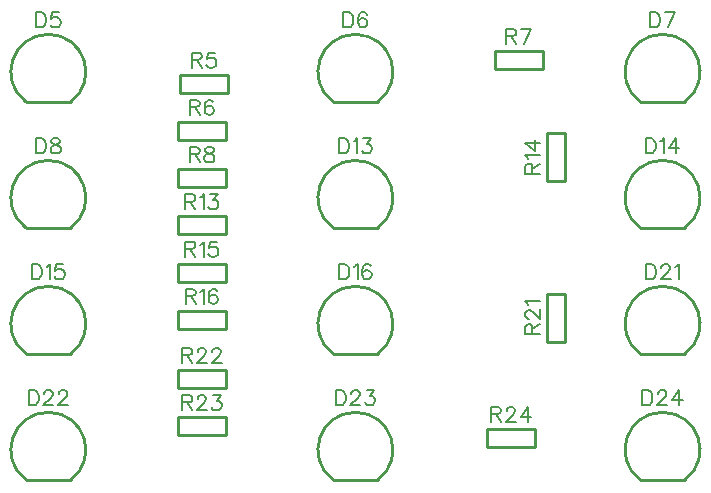
<source format=gbr>
G04 DipTrace 2.4.0.2*
%INTopSilk.gbr*%
%MOIN*%
%ADD10C,0.0098*%
%ADD38C,0.0077*%
%FSLAX44Y44*%
G04*
G70*
G90*
G75*
G01*
%LNTopSilk*%
%LPD*%
X11776Y17901D2*
D10*
X10277D1*
X11779Y17903D2*
G03X10274Y17903I-752J998D01*
G01*
X22012Y17901D2*
X20514D1*
X22015Y17903D2*
G03X20511Y17903I-752J998D01*
G01*
X32249Y17901D2*
X30750D1*
X32252Y17903D2*
G03X30747Y17903I-752J998D01*
G01*
X11776Y13700D2*
X10277D1*
X11779Y13702D2*
G03X10274Y13702I-752J998D01*
G01*
X22012Y13700D2*
X20514D1*
X22015Y13702D2*
G03X20511Y13702I-752J998D01*
G01*
X32249Y13700D2*
X30750D1*
X32252Y13702D2*
G03X30747Y13702I-752J998D01*
G01*
X11776Y9503D2*
X10277D1*
X11779Y9505D2*
G03X10274Y9505I-752J998D01*
G01*
X22012Y9503D2*
X20514D1*
X22015Y9505D2*
G03X20511Y9505I-752J998D01*
G01*
X32249Y9503D2*
X30750D1*
X32252Y9505D2*
G03X30747Y9505I-752J998D01*
G01*
X11776Y5302D2*
X10277D1*
X11779Y5305D2*
G03X10274Y5305I-752J998D01*
G01*
X22012Y5302D2*
X20514D1*
X22015Y5305D2*
G03X20511Y5305I-752J998D01*
G01*
X32249Y5302D2*
X30750D1*
X32252Y5305D2*
G03X30747Y5305I-752J998D01*
G01*
X17021Y18207D2*
Y18807D1*
X15418Y18207D2*
X17021D1*
X15418D2*
Y18807D1*
X17021D1*
X16946Y16632D2*
Y17232D1*
X15343Y16632D2*
X16946D1*
X15343D2*
Y17232D1*
X16946D1*
X25899Y19594D2*
Y18994D1*
X27501Y19594D2*
X25899D1*
X27501D2*
Y18994D1*
X25899D1*
X16946Y15057D2*
Y15657D1*
X15343Y15057D2*
X16946D1*
X15343D2*
Y15657D1*
X16946D1*
Y13483D2*
Y14083D1*
X15343Y13483D2*
X16946D1*
X15343D2*
Y14083D1*
X16946D1*
X27656Y15269D2*
X28256D1*
X27656Y16872D2*
Y15269D1*
Y16872D2*
X28256D1*
Y15269D1*
X16946Y11908D2*
Y12508D1*
X15343Y11908D2*
X16946D1*
X15343D2*
Y12508D1*
X16946D1*
Y10333D2*
Y10933D1*
X15343Y10333D2*
X16946D1*
X15343D2*
Y10933D1*
X16946D1*
X28256Y11509D2*
X27656D1*
X28256Y9906D2*
Y11509D1*
Y9906D2*
X27656D1*
Y11509D1*
X16946Y8365D2*
Y8965D1*
X15343Y8365D2*
X16946D1*
X15343D2*
Y8965D1*
X16946D1*
Y6790D2*
Y7390D1*
X15343Y6790D2*
X16946D1*
X15343D2*
Y7390D1*
X16946D1*
X27257Y6396D2*
Y6996D1*
X25654Y6396D2*
X27257D1*
X25654D2*
Y6996D1*
X27257D1*
X10615Y20883D2*
D38*
Y20381D1*
X10782D1*
X10854Y20405D1*
X10902Y20453D1*
X10926Y20501D1*
X10950Y20572D1*
Y20692D1*
X10926Y20764D1*
X10902Y20811D1*
X10854Y20859D1*
X10782Y20883D1*
X10615D1*
X11391D2*
X11152D1*
X11128Y20668D1*
X11152Y20691D1*
X11224Y20716D1*
X11295D1*
X11367Y20691D1*
X11415Y20644D1*
X11439Y20572D1*
Y20524D1*
X11415Y20453D1*
X11367Y20404D1*
X11295Y20381D1*
X11224D1*
X11152Y20404D1*
X11128Y20429D1*
X11104Y20476D1*
X20863Y20883D2*
Y20381D1*
X21030D1*
X21102Y20405D1*
X21150Y20453D1*
X21174Y20501D1*
X21198Y20572D1*
Y20692D1*
X21174Y20764D1*
X21150Y20811D1*
X21102Y20859D1*
X21030Y20883D1*
X20863D1*
X21639Y20811D2*
X21615Y20859D1*
X21544Y20883D1*
X21496D1*
X21424Y20859D1*
X21376Y20787D1*
X21352Y20668D1*
Y20548D1*
X21376Y20453D1*
X21424Y20404D1*
X21496Y20381D1*
X21520D1*
X21591Y20404D1*
X21639Y20453D1*
X21663Y20524D1*
Y20548D1*
X21639Y20620D1*
X21591Y20668D1*
X21520Y20691D1*
X21496D1*
X21424Y20668D1*
X21376Y20620D1*
X21352Y20548D1*
X31087Y20883D2*
Y20381D1*
X31255D1*
X31326Y20405D1*
X31374Y20453D1*
X31398Y20501D1*
X31422Y20572D1*
Y20692D1*
X31398Y20764D1*
X31374Y20811D1*
X31326Y20859D1*
X31255Y20883D1*
X31087D1*
X31672Y20381D2*
X31911Y20883D1*
X31576D1*
X10615Y16682D2*
Y16180D1*
X10782D1*
X10854Y16204D1*
X10902Y16252D1*
X10926Y16300D1*
X10950Y16371D1*
Y16491D1*
X10926Y16563D1*
X10902Y16610D1*
X10854Y16659D1*
X10782Y16682D1*
X10615D1*
X11224D2*
X11152Y16658D1*
X11128Y16610D1*
Y16562D1*
X11152Y16515D1*
X11200Y16491D1*
X11295Y16467D1*
X11367Y16443D1*
X11415Y16395D1*
X11439Y16347D1*
Y16276D1*
X11415Y16228D1*
X11391Y16204D1*
X11319Y16180D1*
X11224D1*
X11152Y16204D1*
X11128Y16228D1*
X11104Y16276D1*
Y16347D1*
X11128Y16395D1*
X11176Y16443D1*
X11247Y16467D1*
X11343Y16491D1*
X11391Y16515D1*
X11415Y16562D1*
Y16610D1*
X11391Y16658D1*
X11319Y16682D1*
X11224D1*
X20714D2*
Y16180D1*
X20881D1*
X20953Y16204D1*
X21001Y16252D1*
X21025Y16300D1*
X21049Y16371D1*
Y16491D1*
X21025Y16563D1*
X21001Y16610D1*
X20953Y16659D1*
X20881Y16682D1*
X20714D1*
X21203Y16586D2*
X21251Y16610D1*
X21323Y16682D1*
Y16180D1*
X21525Y16682D2*
X21788D1*
X21645Y16491D1*
X21717D1*
X21764Y16467D1*
X21788Y16443D1*
X21812Y16371D1*
Y16324D1*
X21788Y16252D1*
X21740Y16204D1*
X21669Y16180D1*
X21597D1*
X21525Y16204D1*
X21502Y16228D1*
X21477Y16276D1*
X30938Y16682D2*
Y16180D1*
X31106D1*
X31177Y16204D1*
X31225Y16252D1*
X31249Y16300D1*
X31273Y16371D1*
Y16491D1*
X31249Y16563D1*
X31225Y16610D1*
X31177Y16659D1*
X31106Y16682D1*
X30938D1*
X31427Y16586D2*
X31475Y16610D1*
X31547Y16682D1*
Y16180D1*
X31941D2*
Y16682D1*
X31702Y16347D1*
X32060D1*
X10477Y12485D2*
Y11983D1*
X10645D1*
X10717Y12007D1*
X10765Y12055D1*
X10789Y12103D1*
X10812Y12174D1*
Y12294D1*
X10789Y12366D1*
X10765Y12414D1*
X10717Y12462D1*
X10645Y12485D1*
X10477D1*
X10967Y12389D2*
X11015Y12414D1*
X11087Y12485D1*
Y11983D1*
X11528Y12485D2*
X11289D1*
X11265Y12270D1*
X11289Y12294D1*
X11361Y12318D1*
X11432D1*
X11504Y12294D1*
X11552Y12246D1*
X11576Y12174D1*
Y12127D1*
X11552Y12055D1*
X11504Y12007D1*
X11432Y11983D1*
X11361D1*
X11289Y12007D1*
X11265Y12031D1*
X11241Y12079D1*
X20726Y12485D2*
Y11983D1*
X20893D1*
X20965Y12007D1*
X21013Y12055D1*
X21037Y12103D1*
X21061Y12174D1*
Y12294D1*
X21037Y12366D1*
X21013Y12414D1*
X20965Y12462D1*
X20893Y12485D1*
X20726D1*
X21215Y12389D2*
X21263Y12414D1*
X21335Y12485D1*
Y11983D1*
X21776Y12414D2*
X21753Y12461D1*
X21681Y12485D1*
X21633D1*
X21561Y12461D1*
X21513Y12389D1*
X21490Y12270D1*
Y12151D1*
X21513Y12055D1*
X21561Y12007D1*
X21633Y11983D1*
X21657D1*
X21728Y12007D1*
X21776Y12055D1*
X21800Y12127D1*
Y12151D1*
X21776Y12222D1*
X21728Y12270D1*
X21657Y12294D1*
X21633D1*
X21561Y12270D1*
X21513Y12222D1*
X21490Y12151D1*
X30950Y12485D2*
Y11983D1*
X31117D1*
X31189Y12007D1*
X31237Y12055D1*
X31261Y12103D1*
X31285Y12174D1*
Y12294D1*
X31261Y12366D1*
X31237Y12414D1*
X31189Y12462D1*
X31117Y12485D1*
X30950D1*
X31464Y12366D2*
Y12389D1*
X31487Y12437D1*
X31511Y12461D1*
X31559Y12485D1*
X31655D1*
X31702Y12461D1*
X31726Y12437D1*
X31750Y12389D1*
Y12342D1*
X31726Y12294D1*
X31679Y12222D1*
X31439Y11983D1*
X31774D1*
X31929Y12389D2*
X31977Y12414D1*
X32049Y12485D1*
Y11983D1*
X10370Y8285D2*
Y7782D1*
X10537D1*
X10609Y7807D1*
X10657Y7854D1*
X10681Y7902D1*
X10705Y7973D1*
Y8093D1*
X10681Y8165D1*
X10657Y8213D1*
X10609Y8261D1*
X10537Y8285D1*
X10370D1*
X10884Y8165D2*
Y8188D1*
X10907Y8237D1*
X10931Y8260D1*
X10979Y8284D1*
X11075D1*
X11122Y8260D1*
X11146Y8237D1*
X11170Y8188D1*
Y8141D1*
X11146Y8093D1*
X11099Y8022D1*
X10859Y7782D1*
X11194D1*
X11373Y8165D2*
Y8188D1*
X11397Y8237D1*
X11420Y8260D1*
X11469Y8284D1*
X11564D1*
X11612Y8260D1*
X11635Y8237D1*
X11660Y8188D1*
Y8141D1*
X11635Y8093D1*
X11588Y8022D1*
X11349Y7782D1*
X11684D1*
X20606Y8285D2*
Y7782D1*
X20774D1*
X20846Y7807D1*
X20894Y7854D1*
X20917Y7902D1*
X20941Y7973D1*
Y8093D1*
X20917Y8165D1*
X20894Y8213D1*
X20846Y8261D1*
X20774Y8285D1*
X20606D1*
X21120Y8165D2*
Y8188D1*
X21144Y8237D1*
X21167Y8260D1*
X21215Y8284D1*
X21311D1*
X21359Y8260D1*
X21382Y8237D1*
X21407Y8188D1*
Y8141D1*
X21382Y8093D1*
X21335Y8022D1*
X21096Y7782D1*
X21430D1*
X21633Y8284D2*
X21895D1*
X21752Y8093D1*
X21824D1*
X21872Y8069D1*
X21895Y8045D1*
X21920Y7973D1*
Y7926D1*
X21895Y7854D1*
X21848Y7806D1*
X21776Y7782D1*
X21704D1*
X21633Y7806D1*
X21609Y7830D1*
X21585Y7878D1*
X30831Y8285D2*
Y7782D1*
X30998D1*
X31070Y7807D1*
X31118Y7854D1*
X31142Y7902D1*
X31165Y7973D1*
Y8093D1*
X31142Y8165D1*
X31118Y8213D1*
X31070Y8261D1*
X30998Y8285D1*
X30831D1*
X31344Y8165D2*
Y8188D1*
X31368Y8237D1*
X31392Y8260D1*
X31440Y8284D1*
X31535D1*
X31583Y8260D1*
X31607Y8237D1*
X31631Y8188D1*
Y8141D1*
X31607Y8093D1*
X31559Y8022D1*
X31320Y7782D1*
X31655D1*
X32049D2*
Y8284D1*
X31809Y7950D1*
X32168D1*
X15808Y19300D2*
X16023D1*
X16094Y19324D1*
X16119Y19348D1*
X16142Y19396D1*
Y19444D1*
X16119Y19491D1*
X16094Y19516D1*
X16023Y19539D1*
X15808D1*
Y19037D1*
X15975Y19300D2*
X16142Y19037D1*
X16584Y19539D2*
X16345D1*
X16321Y19324D1*
X16345Y19348D1*
X16417Y19372D1*
X16488D1*
X16560Y19348D1*
X16608Y19300D1*
X16632Y19228D1*
Y19181D1*
X16608Y19109D1*
X16560Y19061D1*
X16488Y19037D1*
X16417D1*
X16345Y19061D1*
X16321Y19085D1*
X16297Y19133D1*
X15745Y17725D2*
X15960D1*
X16032Y17750D1*
X16056Y17773D1*
X16080Y17821D1*
Y17869D1*
X16056Y17916D1*
X16032Y17941D1*
X15960Y17965D1*
X15745D1*
Y17462D1*
X15912Y17725D2*
X16080Y17462D1*
X16521Y17893D2*
X16497Y17940D1*
X16425Y17964D1*
X16378D1*
X16306Y17940D1*
X16258Y17868D1*
X16234Y17749D1*
Y17630D1*
X16258Y17534D1*
X16306Y17486D1*
X16378Y17462D1*
X16402D1*
X16473Y17486D1*
X16521Y17534D1*
X16545Y17606D1*
Y17630D1*
X16521Y17701D1*
X16473Y17749D1*
X16402Y17773D1*
X16378D1*
X16306Y17749D1*
X16258Y17701D1*
X16234Y17630D1*
X26288Y20087D2*
X26503D1*
X26575Y20112D1*
X26599Y20135D1*
X26623Y20183D1*
Y20231D1*
X26599Y20279D1*
X26575Y20303D1*
X26503Y20327D1*
X26288D1*
Y19824D1*
X26455Y20087D2*
X26623Y19824D1*
X26873D2*
X27112Y20326D1*
X26777D1*
X15733Y16150D2*
X15948D1*
X16020Y16175D1*
X16044Y16198D1*
X16068Y16246D1*
Y16294D1*
X16044Y16342D1*
X16020Y16366D1*
X15948Y16390D1*
X15733D1*
Y15887D1*
X15900Y16150D2*
X16068Y15887D1*
X16342Y16389D2*
X16270Y16365D1*
X16246Y16318D1*
Y16270D1*
X16270Y16222D1*
X16318Y16198D1*
X16414Y16174D1*
X16485Y16150D1*
X16533Y16102D1*
X16557Y16055D1*
Y15983D1*
X16533Y15935D1*
X16509Y15911D1*
X16437Y15887D1*
X16342D1*
X16270Y15911D1*
X16246Y15935D1*
X16222Y15983D1*
Y16055D1*
X16246Y16102D1*
X16294Y16150D1*
X16366Y16174D1*
X16461Y16198D1*
X16509Y16222D1*
X16533Y16270D1*
Y16318D1*
X16509Y16365D1*
X16437Y16389D1*
X16342D1*
X15596Y14576D2*
X15811D1*
X15882Y14600D1*
X15907Y14624D1*
X15931Y14671D1*
Y14719D1*
X15907Y14767D1*
X15882Y14791D1*
X15811Y14815D1*
X15596D1*
Y14313D1*
X15763Y14576D2*
X15931Y14313D1*
X16085Y14719D2*
X16133Y14743D1*
X16205Y14814D1*
Y14313D1*
X16407Y14814D2*
X16670D1*
X16527Y14623D1*
X16599D1*
X16646Y14599D1*
X16670Y14576D1*
X16694Y14504D1*
Y14456D1*
X16670Y14384D1*
X16622Y14336D1*
X16550Y14313D1*
X16479D1*
X16407Y14336D1*
X16384Y14361D1*
X16359Y14408D1*
X27163Y15509D2*
Y15724D1*
X27139Y15796D1*
X27115Y15820D1*
X27067Y15844D1*
X27019D1*
X26972Y15820D1*
X26947Y15796D1*
X26924Y15724D1*
Y15509D1*
X27426D1*
X27163Y15676D2*
X27426Y15844D1*
X27020Y15998D2*
X26996Y16046D1*
X26924Y16118D1*
X27426D1*
Y16512D2*
X26924D1*
X27259Y16273D1*
Y16631D1*
X15596Y13001D2*
X15811D1*
X15882Y13025D1*
X15907Y13049D1*
X15931Y13096D1*
Y13144D1*
X15907Y13192D1*
X15882Y13216D1*
X15811Y13240D1*
X15596D1*
Y12738D1*
X15763Y13001D2*
X15931Y12738D1*
X16085Y13144D2*
X16133Y13168D1*
X16205Y13240D1*
Y12738D1*
X16646Y13240D2*
X16407D1*
X16384Y13025D1*
X16407Y13048D1*
X16479Y13073D1*
X16550D1*
X16622Y13048D1*
X16670Y13001D1*
X16694Y12929D1*
Y12881D1*
X16670Y12810D1*
X16622Y12761D1*
X16550Y12738D1*
X16479D1*
X16407Y12761D1*
X16384Y12786D1*
X16359Y12833D1*
X15608Y11426D2*
X15823D1*
X15895Y11450D1*
X15919Y11474D1*
X15943Y11522D1*
Y11570D1*
X15919Y11617D1*
X15895Y11642D1*
X15823Y11665D1*
X15608D1*
Y11163D1*
X15775Y11426D2*
X15943Y11163D1*
X16097Y11569D2*
X16145Y11593D1*
X16217Y11665D1*
Y11163D1*
X16658Y11593D2*
X16634Y11641D1*
X16563Y11665D1*
X16515D1*
X16443Y11641D1*
X16395Y11569D1*
X16371Y11450D1*
Y11330D1*
X16395Y11235D1*
X16443Y11187D1*
X16515Y11163D1*
X16539D1*
X16610Y11187D1*
X16658Y11235D1*
X16682Y11307D1*
Y11330D1*
X16658Y11402D1*
X16610Y11450D1*
X16539Y11474D1*
X16515D1*
X16443Y11450D1*
X16395Y11402D1*
X16371Y11330D1*
X27163Y10159D2*
Y10374D1*
X27139Y10445D1*
X27115Y10470D1*
X27067Y10494D1*
X27019D1*
X26972Y10470D1*
X26947Y10445D1*
X26924Y10374D1*
Y10159D1*
X27426D1*
X27163Y10326D2*
X27426Y10494D1*
X27044Y10672D2*
X27020D1*
X26972Y10696D1*
X26948Y10720D1*
X26924Y10768D1*
Y10863D1*
X26948Y10911D1*
X26972Y10935D1*
X27020Y10959D1*
X27067D1*
X27115Y10935D1*
X27187Y10887D1*
X27426Y10648D1*
Y10983D1*
X27020Y11137D2*
X26996Y11185D1*
X26924Y11257D1*
X27426D1*
X15488Y9457D2*
X15703D1*
X15775Y9482D1*
X15799Y9506D1*
X15823Y9553D1*
Y9601D1*
X15799Y9649D1*
X15775Y9673D1*
X15703Y9697D1*
X15488D1*
Y9194D1*
X15656Y9457D2*
X15823Y9194D1*
X16002Y9577D2*
Y9601D1*
X16025Y9649D1*
X16049Y9672D1*
X16097Y9696D1*
X16193D1*
X16240Y9672D1*
X16264Y9649D1*
X16289Y9601D1*
Y9553D1*
X16264Y9505D1*
X16217Y9434D1*
X15977Y9194D1*
X16312D1*
X16491Y9577D2*
Y9601D1*
X16515Y9649D1*
X16539Y9672D1*
X16587Y9696D1*
X16682D1*
X16730Y9672D1*
X16754Y9649D1*
X16778Y9601D1*
Y9553D1*
X16754Y9505D1*
X16706Y9434D1*
X16467Y9194D1*
X16802D1*
X15488Y7883D2*
X15703D1*
X15775Y7907D1*
X15799Y7931D1*
X15823Y7978D1*
Y8026D1*
X15799Y8074D1*
X15775Y8098D1*
X15703Y8122D1*
X15488D1*
Y7620D1*
X15656Y7883D2*
X15823Y7620D1*
X16002Y8002D2*
Y8026D1*
X16025Y8074D1*
X16049Y8098D1*
X16097Y8121D1*
X16193D1*
X16240Y8098D1*
X16264Y8074D1*
X16289Y8026D1*
Y7978D1*
X16264Y7930D1*
X16217Y7859D1*
X15977Y7620D1*
X16312D1*
X16515Y8121D2*
X16777D1*
X16634Y7930D1*
X16706D1*
X16754Y7906D1*
X16777Y7883D1*
X16802Y7811D1*
Y7763D1*
X16777Y7691D1*
X16730Y7643D1*
X16658Y7620D1*
X16586D1*
X16515Y7643D1*
X16491Y7668D1*
X16467Y7715D1*
X25787Y7489D2*
X26002D1*
X26074Y7513D1*
X26098Y7537D1*
X26122Y7585D1*
Y7633D1*
X26098Y7680D1*
X26074Y7705D1*
X26002Y7728D1*
X25787D1*
Y7226D1*
X25955Y7489D2*
X26122Y7226D1*
X26301Y7608D2*
Y7632D1*
X26325Y7680D1*
X26348Y7704D1*
X26396Y7728D1*
X26492D1*
X26540Y7704D1*
X26563Y7680D1*
X26588Y7632D1*
Y7585D1*
X26563Y7537D1*
X26516Y7465D1*
X26277Y7226D1*
X26611D1*
X27005D2*
Y7728D1*
X26766Y7393D1*
X27125D1*
M02*

</source>
